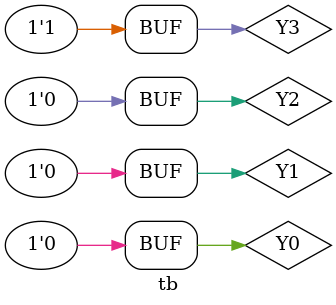
<source format=v>
module tb();

    reg Y3,Y2,Y1,Y0;

    wire A1,A0;

    enocders dut (

                    .Y3(Y3),
                    .Y2(Y2),
                    .Y1(Y1),
                    .Y0(Y0),
                    .A1(A1),
                    .A0(A0)
    );

    initial begin
        Y0 = 1'b1;
        Y1 = 1'b0;
        Y2 = 1'b0;
        Y3 = 1'b0;
        #100;

        Y0 = 1'b0;
        Y1 = 1'b1;
        Y2 = 1'b0;
        Y3 = 1'b0;
        #100;

        Y0 = 1'b0;
        Y1 = 1'b0;
        Y2 = 1'b1;
        Y3 = 1'b0;
        #100;

        Y0 = 1'b0;
        Y1 = 1'b0;
        Y2 = 1'b0;
        Y3 = 1'b1;
        #100;    

    end

    initial begin

        $dumpfile("dump.vcd");
        $dumpvars(0);

    end


endmodule
</source>
